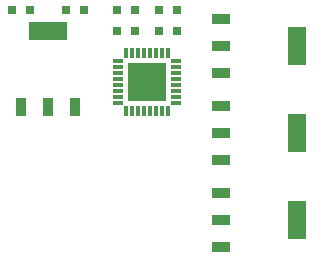
<source format=gbr>
G04 #@! TF.GenerationSoftware,KiCad,Pcbnew,(5.1.5)-3*
G04 #@! TF.CreationDate,2020-08-28T01:49:56-04:00*
G04 #@! TF.ProjectId,BikeLightComputer,42696b65-4c69-4676-9874-436f6d707574,rev?*
G04 #@! TF.SameCoordinates,Original*
G04 #@! TF.FileFunction,Paste,Top*
G04 #@! TF.FilePolarity,Positive*
%FSLAX46Y46*%
G04 Gerber Fmt 4.6, Leading zero omitted, Abs format (unit mm)*
G04 Created by KiCad (PCBNEW (5.1.5)-3) date 2020-08-28 01:49:56*
%MOMM*%
%LPD*%
G04 APERTURE LIST*
%ADD10R,3.250000X3.250000*%
%ADD11R,0.850000X0.300000*%
%ADD12R,0.300000X0.850000*%
%ADD13R,1.600000X3.200000*%
%ADD14R,1.600000X0.950000*%
%ADD15R,0.800000X0.750000*%
%ADD16R,3.200000X1.600000*%
%ADD17R,0.950000X1.600000*%
G04 APERTURE END LIST*
D10*
X156972000Y-72136000D03*
D11*
X159422000Y-70386000D03*
X159422000Y-70886000D03*
X159422000Y-71386000D03*
X159422000Y-71886000D03*
X159422000Y-72386000D03*
X159422000Y-72886000D03*
X159422000Y-73386000D03*
X159422000Y-73886000D03*
D12*
X158722000Y-74586000D03*
X158222000Y-74586000D03*
X157722000Y-74586000D03*
X157222000Y-74586000D03*
X156722000Y-74586000D03*
X156222000Y-74586000D03*
X155722000Y-74586000D03*
X155222000Y-74586000D03*
D11*
X154522000Y-73886000D03*
X154522000Y-73386000D03*
X154522000Y-72886000D03*
X154522000Y-72386000D03*
X154522000Y-71886000D03*
X154522000Y-71386000D03*
X154522000Y-70886000D03*
X154522000Y-70386000D03*
D12*
X155222000Y-69686000D03*
X155722000Y-69686000D03*
X156222000Y-69686000D03*
X156722000Y-69686000D03*
X157222000Y-69686000D03*
X157722000Y-69686000D03*
X158222000Y-69686000D03*
X158722000Y-69686000D03*
D13*
X169672000Y-69088000D03*
D14*
X163272000Y-71388000D03*
X163272000Y-69088000D03*
X163272000Y-66788000D03*
X163272000Y-74154000D03*
X163272000Y-76454000D03*
X163272000Y-78754000D03*
D13*
X169672000Y-76454000D03*
X169672000Y-83820000D03*
D14*
X163272000Y-86120000D03*
X163272000Y-83820000D03*
X163272000Y-81520000D03*
D15*
X154444000Y-67818000D03*
X155944000Y-67818000D03*
X154444000Y-66040000D03*
X155944000Y-66040000D03*
X158000000Y-66040000D03*
X159500000Y-66040000D03*
X159488000Y-67818000D03*
X157988000Y-67818000D03*
X150138000Y-66040000D03*
X151638000Y-66040000D03*
X145566000Y-66040000D03*
X147066000Y-66040000D03*
D16*
X148590000Y-67818000D03*
D17*
X150890000Y-74218000D03*
X148590000Y-74218000D03*
X146290000Y-74218000D03*
M02*

</source>
